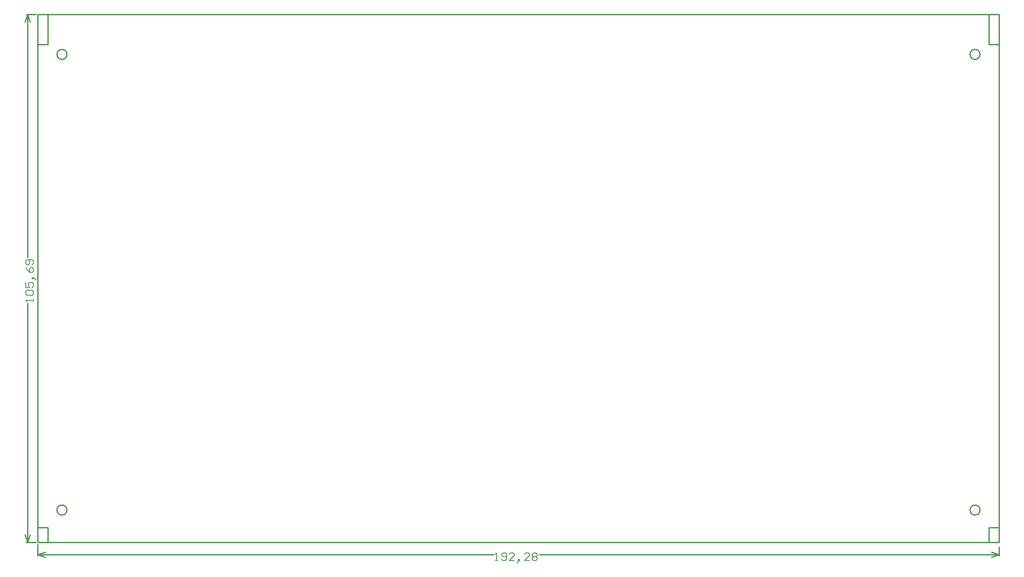
<source format=gko>
G04 Layer_Color=16711935*
%FSLAX44Y44*%
%MOMM*%
G71*
G01*
G75*
%ADD12C,0.2540*%
%ADD53C,0.1524*%
D12*
X335280Y1280320D02*
G03*
X335280Y1280320I-10000J0D01*
G01*
Y368380D02*
G03*
X335280Y368380I-10000J0D01*
G01*
X2161540D02*
G03*
X2161540Y368380I-10000J0D01*
G01*
Y1280320D02*
G03*
X2161540Y1280320I-10000J0D01*
G01*
X254000Y1360320D02*
X273050D01*
X254000Y303380D02*
X273050D01*
X256540Y873746D02*
Y1360320D01*
Y303380D02*
Y781825D01*
X251460Y1345080D02*
X256540Y1360320D01*
X261620Y1345080D01*
X256540Y303380D02*
X261620Y318620D01*
X251460D02*
X256540Y303380D01*
X2199640Y276860D02*
Y294640D01*
X276860Y276860D02*
Y299570D01*
X1280146Y279400D02*
X2199640D01*
X276860D02*
X1188225D01*
X2184400Y284480D02*
X2199640Y279400D01*
X2184400Y274320D02*
X2199640Y279400D01*
X276860D02*
X292100Y274320D01*
X276860Y279400D02*
X292100Y284480D01*
X276860Y1360320D02*
X2199640D01*
Y303380D02*
Y1360320D01*
X276860Y303380D02*
X2199640D01*
X276860D02*
Y1360320D01*
X2179640Y1300320D02*
Y1360320D01*
Y1300320D02*
X2199640D01*
X2179640Y303380D02*
Y333380D01*
X2199000D01*
X276860D02*
X296860D01*
Y303380D02*
Y333380D01*
X277180Y1300320D02*
X296860D01*
Y1360480D01*
D53*
X268221Y785890D02*
Y790968D01*
Y788429D01*
X252986D01*
X255525Y785890D01*
Y798585D02*
X252986Y801125D01*
Y806203D01*
X255525Y808742D01*
X265681D01*
X268221Y806203D01*
Y801125D01*
X265681Y798585D01*
X255525D01*
X252986Y823977D02*
Y813820D01*
X260603D01*
X258064Y818899D01*
Y821438D01*
X260603Y823977D01*
X265681D01*
X268221Y821438D01*
Y816360D01*
X265681Y813820D01*
X270760Y831595D02*
X268221Y834134D01*
X265681D01*
Y831595D01*
X268221D01*
Y834134D01*
X270760Y831595D01*
X273299Y829056D01*
X252986Y854447D02*
X255525Y849369D01*
X260603Y844291D01*
X265681D01*
X268221Y846830D01*
Y851908D01*
X265681Y854447D01*
X263142D01*
X260603Y851908D01*
Y844291D01*
X265681Y859526D02*
X268221Y862065D01*
Y867143D01*
X265681Y869682D01*
X255525D01*
X252986Y867143D01*
Y862065D01*
X255525Y859526D01*
X258064D01*
X260603Y862065D01*
Y869682D01*
X1192290Y267719D02*
X1197368D01*
X1194829D01*
Y282954D01*
X1192290Y280415D01*
X1204985Y270259D02*
X1207525Y267719D01*
X1212603D01*
X1215142Y270259D01*
Y280415D01*
X1212603Y282954D01*
X1207525D01*
X1204985Y280415D01*
Y277876D01*
X1207525Y275337D01*
X1215142D01*
X1230377Y267719D02*
X1220220D01*
X1230377Y277876D01*
Y280415D01*
X1227838Y282954D01*
X1222760D01*
X1220220Y280415D01*
X1237995Y265180D02*
X1240534Y267719D01*
Y270259D01*
X1237995D01*
Y267719D01*
X1240534D01*
X1237995Y265180D01*
X1235456Y262641D01*
X1260847Y267719D02*
X1250691D01*
X1260847Y277876D01*
Y280415D01*
X1258308Y282954D01*
X1253230D01*
X1250691Y280415D01*
X1265926D02*
X1268465Y282954D01*
X1273543D01*
X1276082Y280415D01*
Y277876D01*
X1273543Y275337D01*
X1276082Y272798D01*
Y270259D01*
X1273543Y267719D01*
X1268465D01*
X1265926Y270259D01*
Y272798D01*
X1268465Y275337D01*
X1265926Y277876D01*
Y280415D01*
X1268465Y275337D02*
X1273543D01*
M02*

</source>
